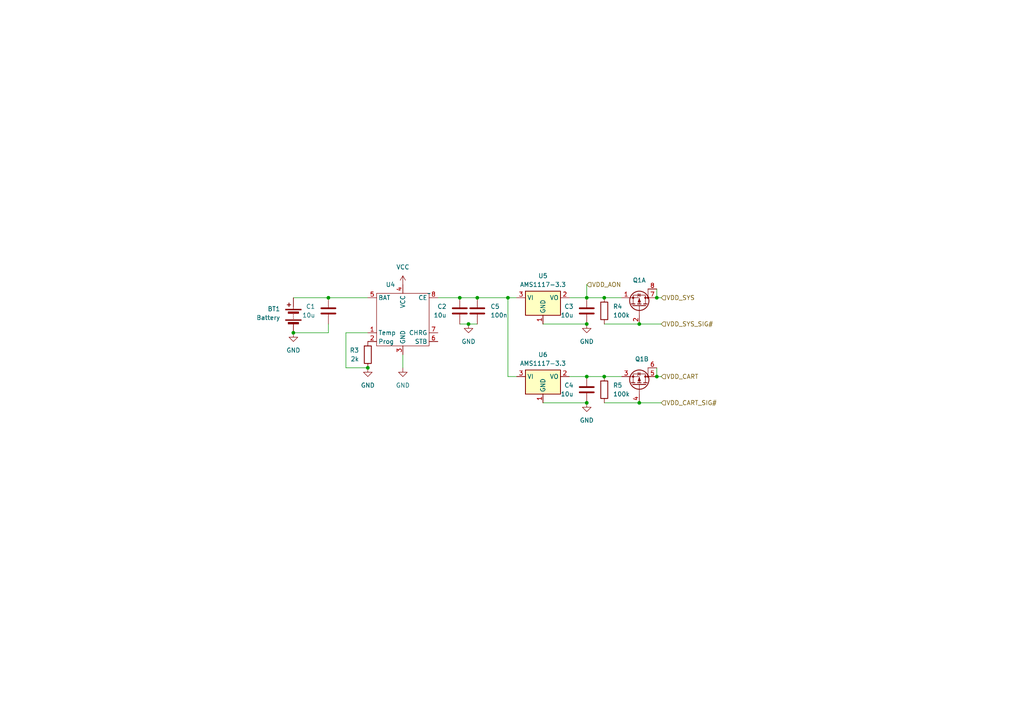
<source format=kicad_sch>
(kicad_sch (version 20230121) (generator eeschema)
  (paper "A4")
  (title_block (title "Power systems"))
  (lib_symbols
    (symbol "Device:Battery" (pin_numbers hide) (pin_names (offset 0) hide)
      (property "Reference" "BT" (at 2.54 2.54 0))
      (property "Value" "Battery" (at 2.54 0 0))
      (symbol "Battery_0_1"
        (rectangle (start -2.286 -1.27) (end 2.286 -1.524) (fill (type outline)))
        (rectangle (start -2.286 1.778) (end 2.286 1.524) (fill (type outline)))
        (rectangle (start -1.524 -2.032) (end 1.524 -2.54) (fill (type outline)))
        (rectangle (start -1.524 1.016) (end 1.524 0.508) (fill (type outline)))
        (polyline (pts (xy 0 -1.016) (xy 0 -0.762)))
        (polyline (pts (xy 0 -0.508) (xy 0 -0.254)))
        (polyline (pts (xy 0 0) (xy 0 0.254)))
        (polyline (pts (xy 0 1.778) (xy 0 2.54)))
        (polyline (pts (xy 0.762 3.048) (xy 1.778 3.048)) (stroke (width 0.254)))
        (polyline (pts (xy 1.27 3.556) (xy 1.27 2.54)) (stroke (width 0.254)))
      )
      (symbol "Battery_1_1"
        (pin passive line (at 0 5.08 270) (length 2.54) (name "+") (number "1"))
        (pin passive line (at 0 -5.08 90) (length 2.54) (name "-") (number "2"))
      )
    )
    (symbol "Device:C" (pin_numbers hide) (pin_names (offset 0.254))
      (property "Reference" "C" (at 0.635 2.54 0))
      (property "Value" "C" (at 0.635 -2.54 0))
      (symbol "C_0_1"
        (polyline (pts (xy -2.032 -0.762) (xy 2.032 -0.762)) (stroke (width 0.508)))
        (polyline (pts (xy -2.032 0.762) (xy 2.032 0.762)) (stroke (width 0.508)))
      )
      (symbol "C_1_1"
        (pin passive line (at 0 3.81 270) (length 2.794) (name "~") (number "1"))
        (pin passive line (at 0 -3.81 90) (length 2.794) (name "~") (number "2"))
      )
    )
    (symbol "Device:Q_Dual_PMOS_S1G1S2G2D2D2D1D1" (pin_names (offset 0) hide)
      (property "Reference" "Q" (at 6.35 1.27 0))
      (property "Value" "Q_Dual_PMOS_S1G1S2G2D2D2D1D1" (at 21.59 -1.27 0))
      (symbol "Q_Dual_PMOS_S1G1S2G2D2D2D1D1_0_1"
        (polyline (pts (xy 0.254 0) (xy -2.54 0)))
        (polyline (pts (xy 0.254 1.905) (xy 0.254 -1.905)) (stroke (width 0.254)))
        (polyline (pts (xy 0.762 -1.27) (xy 0.762 -2.286)) (stroke (width 0.254)))
        (polyline (pts (xy 0.762 0.508) (xy 0.762 -0.508)) (stroke (width 0.254)))
        (polyline (pts (xy 0.762 2.286) (xy 0.762 1.27)) (stroke (width 0.254)))
        (polyline (pts (xy 2.54 2.54) (xy 2.54 1.778)))
        (polyline (pts (xy 2.54 -2.54) (xy 2.54 0) (xy 0.762 0)))
        (polyline (pts (xy 0.762 1.778) (xy 3.302 1.778) (xy 3.302 -1.778) (xy 0.762 -1.778)))
        (polyline (pts (xy 2.286 0) (xy 1.27 0.381) (xy 1.27 -0.381) (xy 2.286 0)) (fill (type outline)))
        (polyline (pts (xy 2.794 -0.508) (xy 2.921 -0.381) (xy 3.683 -0.381) (xy 3.81 -0.254)))
        (polyline (pts (xy 3.302 -0.381) (xy 2.921 0.254) (xy 3.683 0.254) (xy 3.302 -0.381)))
        (circle (center 1.651 0) (radius 2.794) (stroke (width 0.254)))
        (circle (center 2.54 -1.778) (radius 0.254) (fill (type outline)))
        (circle (center 2.54 1.778) (radius 0.254) (fill (type outline)))
        (circle (center 2.54 2.54) (radius 0.254) (fill (type outline)))
        (rectangle (start 5.08 2.54) (end 2.54 2.54))
      )
      (symbol "Q_Dual_PMOS_S1G1S2G2D2D2D1D1_1_1"
        (pin passive line (at 2.54 -5.08 90) (length 2.54) (name "S") (number "1"))
        (pin input line (at -5.08 0 0) (length 2.54) (name "G") (number "2"))
        (pin passive line (at 2.54 5.08 270) (length 2.54) (name "D") (number "7"))
        (pin passive line (at 5.08 5.08 270) (length 2.54) (name "G") (number "8"))
      )
      (symbol "Q_Dual_PMOS_S1G1S2G2D2D2D1D1_2_1"
        (pin passive line (at 2.54 -5.08 90) (length 2.54) (name "S") (number "3"))
        (pin input line (at -5.08 0 0) (length 2.54) (name "G") (number "4"))
        (pin passive line (at 2.54 5.08 270) (length 2.54) (name "D") (number "5"))
        (pin passive line (at 5.08 5.08 270) (length 2.54) (name "G") (number "6"))
      )
    )
    (symbol "Device:R" (pin_numbers hide) (pin_names (offset 0))
      (property "Reference" "R" (at 2.032 0 90))
      (property "Value" "R" (at 0 0 90))
      (symbol "R_0_1"
        (rectangle (start -1.016 -2.54) (end 1.016 2.54) (stroke (width 0.254)))
      )
      (symbol "R_1_1"
        (pin passive line (at 0 3.81 270) (length 1.27) (name "~") (number "1"))
        (pin passive line (at 0 -3.81 90) (length 1.27) (name "~") (number "2"))
      )
    )
    (symbol "Regulator_Linear:AMS1117-3.3"
      (property "Reference" "U" (at -3.81 3.175 0))
      (property "Value" "AMS1117-3.3" (at 0 3.175 0))
      (symbol "AMS1117-3.3_0_1"
        (rectangle (start -5.08 -5.08) (end 5.08 1.905) (stroke (width 0.254)) (fill (type background)))
      )
      (symbol "AMS1117-3.3_1_1"
        (pin power_in line (at 0 -7.62 90) (length 2.54) (name "GND") (number "1"))
        (pin power_out line (at 7.62 0 180) (length 2.54) (name "VO") (number "2"))
        (pin power_in line (at -7.62 0 0) (length 2.54) (name "VI") (number "3"))
      )
    )
    (symbol "custom:TC4056A"
      (property "Reference" "U" (at 1.27 1.27 0))
      (symbol "TC4056A_1_1"
        (rectangle (start 0 0) (end 15.24 -15.24))
        (pin input line (at 17.78 -11.43 180) (length 2.54) (name "Temp") (number "1"))
        (pin passive line (at 17.78 -13.97 180) (length 2.54) (name "Prog") (number "2"))
        (pin power_in line (at 7.62 -17.78 90) (length 2.54) (name "GND") (number "3"))
        (pin power_in line (at 7.62 2.54 270) (length 2.54) (name "VCC") (number "4"))
        (pin bidirectional line (at 17.78 -1.27 180) (length 2.54) (name "BAT") (number "5"))
        (pin open_collector line (at -2.54 -13.97 0) (length 2.54) (name "STB") (number "6"))
        (pin open_collector line (at -2.54 -11.43 0) (length 2.54) (name "CHRG") (number "7"))
        (pin input line (at -2.54 -1.27 0) (length 2.54) (name "CE") (number "8"))
      )
    )
    (symbol "power:GND" (power) (pin_names (offset 0))
      (property "Value" "GND" (at 0 -3.81 0))
      (symbol "GND_0_1"
        (polyline (pts (xy 0 0) (xy 0 -1.27) (xy 1.27 -1.27) (xy 0 -2.54) (xy -1.27 -1.27) (xy 0 -1.27)))
      )
      (symbol "GND_1_1"
        (pin power_in line (at 0 0 270) (length 0) hide (name "GND") (number "1"))
      )
    )
    (symbol "power:VCC" (power) (pin_names (offset 0))
      (property "Value" "VCC" (at 0 3.81 0))
      (symbol "VCC_0_1"
        (polyline (pts (xy -0.762 1.27) (xy 0 2.54)))
        (polyline (pts (xy 0 0) (xy 0 2.54)))
        (polyline (pts (xy 0 2.54) (xy 0.762 1.27)))
      )
      (symbol "VCC_1_1"
        (pin power_in line (at 0 0 90) (length 0) hide (name "VCC") (number "1"))
      )
    )
  )
  (junction (at 138.43 86.36))
  (junction (at 106.68 106.68))
  (junction (at 135.89 93.98))
  (junction (at 185.42 116.84))
  (junction (at 175.26 86.36))
  (junction (at 190.5 86.36))
  (junction (at 190.5 109.22))
  (junction (at 133.35 86.36))
  (junction (at 170.18 116.84))
  (junction (at 170.18 93.98))
  (junction (at 147.32 86.36))
  (junction (at 95.25 86.36))
  (junction (at 170.18 86.36))
  (junction (at 175.26 109.22))
  (junction (at 185.42 93.98))
  (junction (at 85.09 96.52))
  (junction (at 170.18 109.22))
  (wire (pts (xy 191.77 93.98) (xy 185.42 93.98)))
  (wire (pts (xy 133.35 93.98) (xy 135.89 93.98)))
  (wire (pts (xy 185.42 116.84) (xy 191.77 116.84)))
  (wire (pts (xy 135.89 93.98) (xy 138.43 93.98)))
  (wire (pts (xy 157.48 93.98) (xy 170.18 93.98)))
  (wire (pts (xy 190.5 109.22) (xy 191.77 109.22)))
  (wire (pts (xy 116.84 102.87) (xy 116.84 106.68)))
  (wire (pts (xy 175.26 93.98) (xy 185.42 93.98)))
  (wire (pts (xy 147.32 109.22) (xy 147.32 86.36)))
  (wire (pts (xy 175.26 86.36) (xy 180.34 86.36)))
  (wire (pts (xy 138.43 86.36) (xy 147.32 86.36)))
  (wire (pts (xy 106.68 86.36) (xy 95.25 86.36)))
  (wire (pts (xy 170.18 109.22) (xy 175.26 109.22)))
  (wire (pts (xy 127 86.36) (xy 133.35 86.36)))
  (wire (pts (xy 85.09 96.52) (xy 95.25 96.52)))
  (wire (pts (xy 175.26 116.84) (xy 185.42 116.84)))
  (wire (pts (xy 165.1 109.22) (xy 170.18 109.22)))
  (wire (pts (xy 157.48 116.84) (xy 170.18 116.84)))
  (wire (pts (xy 149.86 109.22) (xy 147.32 109.22)))
  (wire (pts (xy 175.26 109.22) (xy 180.34 109.22)))
  (wire (pts (xy 190.5 83.82) (xy 190.5 86.36)))
  (wire (pts (xy 106.68 96.52) (xy 100.33 96.52)))
  (wire (pts (xy 170.18 82.55) (xy 170.18 86.36)))
  (wire (pts (xy 100.33 96.52) (xy 100.33 106.68)))
  (wire (pts (xy 133.35 86.36) (xy 138.43 86.36)))
  (wire (pts (xy 95.25 96.52) (xy 95.25 93.98)))
  (wire (pts (xy 95.25 86.36) (xy 85.09 86.36)))
  (wire (pts (xy 190.5 86.36) (xy 191.77 86.36)))
  (wire (pts (xy 170.18 86.36) (xy 175.26 86.36)))
  (wire (pts (xy 100.33 106.68) (xy 106.68 106.68)))
  (wire (pts (xy 147.32 86.36) (xy 149.86 86.36)))
  (wire (pts (xy 190.5 106.68) (xy 190.5 109.22)))
  (wire (pts (xy 165.1 86.36) (xy 170.18 86.36)))
  (hierarchical_label "VDD_CART" (shape input) (at 191.77 109.22 0))
  (hierarchical_label "VDD_AON" (shape input) (at 170.18 82.55 0))
  (hierarchical_label "VDD_SYS" (shape input) (at 191.77 86.36 0))
  (hierarchical_label "VDD_SYS_SIG#" (shape input) (at 191.77 93.98 0))
  (hierarchical_label "VDD_CART_SIG#" (shape input) (at 191.77 116.84 0))
  (symbol (lib_id "Device:C") (at 138.43 90.17 0) (unit 1)
    (property "Reference" "C5" (at 142.24 88.9 0) (effects (justify left)))
    (property "Value" "100n" (at 142.24 91.44 0) (effects (justify left)))
    (property "Footprint" "Capacitor_SMD:C_0805_2012Metric" (effects hide))
  )
  (symbol (lib_id "Device:R") (at 106.68 102.87 0) (mirror y) (unit 1)
    (property "Reference" "R3" (at 104.14 101.6 0) (effects (justify left)))
    (property "Value" "2k" (at 104.14 104.14 0) (effects (justify left)))
  )
  (symbol (lib_id "power:GND") (at 135.89 93.98 0) (unit 1)
    (property "Reference" "#PWR012" (effects hide))
    (property "Value" "GND" (at 135.89 99.06 0))
  )
  (symbol (lib_id "power:GND") (at 116.84 106.68 0) (mirror y) (unit 1)
    (property "Reference" "#PWR010" (effects hide))
    (property "Value" "GND" (at 116.84 111.76 0))
  )
  (symbol (lib_id "power:GND") (at 170.18 93.98 0) (unit 1)
    (property "Reference" "#PWR013" (effects hide))
    (property "Value" "GND" (at 170.18 99.06 0))
  )
  (symbol (lib_id "Regulator_Linear:AMS1117-3.3") (at 157.48 109.22 0) (unit 1)
    (property "Reference" "U6" (at 157.48 102.87 0))
    (property "Value" "AMS1117-3.3" (at 157.48 105.41 0))
    (property "Footprint" "Package_TO_SOT_SMD:SOT-223-3_TabPin2" (effects hide))
    (property "Datasheet" "http://www.advanced-monolithic.com/pdf/ds1117.pdf" (effects hide))
  )
  (symbol (lib_id "Device:R") (at 175.26 113.03 0) (unit 1)
    (property "Reference" "R5" (at 177.8 111.76 0) (effects (justify left)))
    (property "Value" "100k" (at 177.8 114.3 0) (effects (justify left)))
  )
  (symbol (lib_id "Device:R") (at 175.26 90.17 0) (unit 1)
    (property "Reference" "R4" (at 177.8 88.9 0) (effects (justify left)))
    (property "Value" "100k" (at 177.8 91.44 0) (effects (justify left)))
  )
  (symbol (lib_id "Device:C") (at 170.18 113.03 0) (mirror y) (unit 1)
    (property "Reference" "C4" (at 166.37 111.76 0) (effects (justify left)))
    (property "Value" "10u" (at 166.37 114.3 0) (effects (justify left)))
    (property "Footprint" "Capacitor_SMD:C_1210_3225Metric_Pad1.33x2.70mm_HandSolder" (effects hide))
  )
  (symbol (lib_id "Device:C") (at 170.18 90.17 0) (mirror y) (unit 1)
    (property "Reference" "C3" (at 166.37 88.9 0) (effects (justify left)))
    (property "Value" "10u" (at 166.37 91.44 0) (effects (justify left)))
    (property "Footprint" "Capacitor_SMD:C_1210_3225Metric_Pad1.33x2.70mm_HandSolder" (effects hide))
  )
  (symbol (lib_id "power:GND") (at 85.09 96.52 0) (mirror y) (unit 1)
    (property "Reference" "#PWR08" (effects hide))
    (property "Value" "GND" (at 85.09 101.6 0))
  )
  (symbol (lib_id "power:GND") (at 170.18 116.84 0) (unit 1)
    (property "Reference" "#PWR014" (effects hide))
    (property "Value" "GND" (at 170.18 121.92 0))
  )
  (symbol (lib_id "custom:TC4056A") (at 124.46 85.09 0) (mirror y) (unit 1)
    (property "Reference" "U4" (at 114.6459 82.55 0) (effects (justify left)))
    (property "Value" "~" (at 124.46 85.09 0))
  )
  (symbol (lib_id "Device:Q_Dual_PMOS_S1G1S2G2D2D2D1D1") (at 185.42 88.9 270) (mirror x) (unit 1)
    (property "Reference" "Q1" (at 185.42 81.28 90))
    (property "Value" "Q_Dual_PMOS_S1G1S2G2D2D2D1D1" (effects hide))
    (property "Footprint" "Package_SO:SOP-8_3.9x4.9mm_P1.27mm" (effects hide))
  )
  (symbol (lib_id "Device:C") (at 95.25 90.17 0) (mirror y) (unit 1)
    (property "Reference" "C1" (at 91.44 88.9 0) (effects (justify left)))
    (property "Value" "10u" (at 91.44 91.44 0) (effects (justify left)))
    (property "Footprint" "Capacitor_SMD:C_1210_3225Metric_Pad1.33x2.70mm_HandSolder" (effects hide))
  )
  (symbol (lib_id "Device:Q_Dual_PMOS_S1G1S2G2D2D2D1D1") (at 185.42 111.76 270) (mirror x) (unit 2)
    (property "Reference" "Q1" (at 184.15 104.14 90) (effects (justify left)))
    (property "Value" "Q_Dual_PMOS_S1G1S2G2D2D2D1D1" (effects hide))
    (property "Footprint" "Package_SO:SOP-8_3.9x4.9mm_P1.27mm" (effects hide))
  )
  (symbol (lib_id "Device:Battery") (at 85.09 91.44 0) (mirror y) (unit 1)
    (property "Reference" "BT1" (at 81.28 89.5985 0) (effects (justify left)))
    (property "Value" "Battery" (at 81.28 92.1385 0) (effects (justify left)))
    (property "Footprint" "footprints:LiIon18650" (effects hide))
  )
  (symbol (lib_id "Regulator_Linear:AMS1117-3.3") (at 157.48 86.36 0) (unit 1)
    (property "Reference" "U5" (at 157.48 80.01 0))
    (property "Value" "AMS1117-3.3" (at 157.48 82.55 0))
    (property "Footprint" "Package_TO_SOT_SMD:SOT-223-3_TabPin2" (effects hide))
    (property "Datasheet" "http://www.advanced-monolithic.com/pdf/ds1117.pdf" (effects hide))
  )
  (symbol (lib_id "power:VCC") (at 116.84 82.55 0) (mirror y) (unit 1)
    (property "Reference" "#PWR011" (effects hide))
    (property "Value" "VCC" (at 116.84 77.47 0))
  )
  (symbol (lib_id "Device:C") (at 133.35 90.17 0) (mirror y) (unit 1)
    (property "Reference" "C2" (at 129.54 88.9 0) (effects (justify left)))
    (property "Value" "10u" (at 129.54 91.44 0) (effects (justify left)))
    (property "Footprint" "Capacitor_SMD:C_1210_3225Metric_Pad1.33x2.70mm_HandSolder" (effects hide))
  )
  (symbol (lib_id "power:GND") (at 106.68 106.68 0) (mirror y) (unit 1)
    (property "Reference" "#PWR09" (effects hide))
    (property "Value" "GND" (at 106.68 111.76 0))
  )
)
</source>
